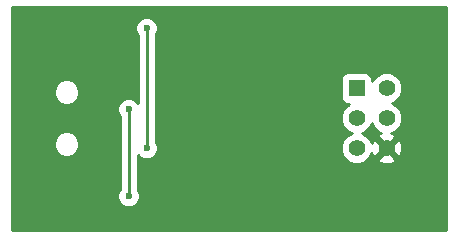
<source format=gbl>
G04 #@! TF.FileFunction,Copper,L2,Bot,Signal*
%FSLAX46Y46*%
G04 Gerber Fmt 4.6, Leading zero omitted, Abs format (unit mm)*
G04 Created by KiCad (PCBNEW 4.0.3-stable) date Thursday, December 22, 2016 'PMt' 07:32:28 PM*
%MOMM*%
%LPD*%
G01*
G04 APERTURE LIST*
%ADD10C,0.100000*%
%ADD11C,0.600000*%
%ADD12R,1.400000X1.400000*%
%ADD13C,1.400000*%
%ADD14C,0.254000*%
G04 APERTURE END LIST*
D10*
D11*
X93345000Y-41910000D03*
X87630000Y-45720000D03*
X93345000Y-58420000D03*
X107315000Y-43180000D03*
X107315000Y-58420000D03*
X74295000Y-43180000D03*
X74295000Y-58420000D03*
D12*
X101600000Y-48260000D03*
D13*
X104140000Y-48260000D03*
X101600000Y-50800000D03*
X104140000Y-50800000D03*
X101600000Y-53340000D03*
X104140000Y-53340000D03*
D11*
X83820000Y-43180000D03*
X83820000Y-53340000D03*
X82296000Y-57404000D03*
X82296000Y-50038000D03*
D14*
X83820000Y-53340000D02*
X83820000Y-43180000D01*
X82296000Y-50038000D02*
X82296000Y-57404000D01*
G36*
X109145000Y-60250000D02*
X72465000Y-60250000D01*
X72465000Y-53214430D01*
X75966132Y-53214430D01*
X76130902Y-53613203D01*
X76435733Y-53918566D01*
X76834217Y-54084031D01*
X77265690Y-54084408D01*
X77664463Y-53919638D01*
X77969826Y-53614807D01*
X78135291Y-53216323D01*
X78135668Y-52784850D01*
X77970898Y-52386077D01*
X77666067Y-52080714D01*
X77267583Y-51915249D01*
X76836110Y-51914872D01*
X76437337Y-52079642D01*
X76131974Y-52384473D01*
X75966509Y-52782957D01*
X75966132Y-53214430D01*
X72465000Y-53214430D01*
X72465000Y-50223167D01*
X81360838Y-50223167D01*
X81502883Y-50566943D01*
X81534000Y-50598114D01*
X81534000Y-56843534D01*
X81503808Y-56873673D01*
X81361162Y-57217201D01*
X81360838Y-57589167D01*
X81502883Y-57932943D01*
X81765673Y-58196192D01*
X82109201Y-58338838D01*
X82481167Y-58339162D01*
X82824943Y-58197117D01*
X83088192Y-57934327D01*
X83230838Y-57590799D01*
X83231162Y-57218833D01*
X83089117Y-56875057D01*
X83058000Y-56843886D01*
X83058000Y-53900114D01*
X83289673Y-54132192D01*
X83633201Y-54274838D01*
X84005167Y-54275162D01*
X84348943Y-54133117D01*
X84612192Y-53870327D01*
X84754838Y-53526799D01*
X84755162Y-53154833D01*
X84613117Y-52811057D01*
X84582000Y-52779886D01*
X84582000Y-47560000D01*
X100252560Y-47560000D01*
X100252560Y-48960000D01*
X100296838Y-49195317D01*
X100435910Y-49411441D01*
X100648110Y-49556431D01*
X100900000Y-49607440D01*
X100990326Y-49607440D01*
X100844771Y-49667582D01*
X100468902Y-50042796D01*
X100265232Y-50533287D01*
X100264769Y-51064383D01*
X100467582Y-51555229D01*
X100842796Y-51931098D01*
X101177527Y-52070091D01*
X100844771Y-52207582D01*
X100468902Y-52582796D01*
X100265232Y-53073287D01*
X100264769Y-53604383D01*
X100467582Y-54095229D01*
X100842796Y-54471098D01*
X101333287Y-54674768D01*
X101864383Y-54675231D01*
X102355229Y-54472418D01*
X102552716Y-54275275D01*
X103384331Y-54275275D01*
X103446169Y-54511042D01*
X103947122Y-54687419D01*
X104477440Y-54658664D01*
X104833831Y-54511042D01*
X104895669Y-54275275D01*
X104140000Y-53519605D01*
X103384331Y-54275275D01*
X102552716Y-54275275D01*
X102731098Y-54097204D01*
X102863316Y-53778788D01*
X102968958Y-54033831D01*
X103204725Y-54095669D01*
X103960395Y-53340000D01*
X104319605Y-53340000D01*
X105075275Y-54095669D01*
X105311042Y-54033831D01*
X105487419Y-53532878D01*
X105458664Y-53002560D01*
X105311042Y-52646169D01*
X105075275Y-52584331D01*
X104319605Y-53340000D01*
X103960395Y-53340000D01*
X103204725Y-52584331D01*
X102968958Y-52646169D01*
X102871804Y-52922111D01*
X102732418Y-52584771D01*
X102357204Y-52208902D01*
X102022473Y-52069909D01*
X102355229Y-51932418D01*
X102731098Y-51557204D01*
X102870091Y-51222473D01*
X103007582Y-51555229D01*
X103382796Y-51931098D01*
X103701212Y-52063316D01*
X103446169Y-52168958D01*
X103384331Y-52404725D01*
X104140000Y-53160395D01*
X104895669Y-52404725D01*
X104833831Y-52168958D01*
X104557889Y-52071804D01*
X104895229Y-51932418D01*
X105271098Y-51557204D01*
X105474768Y-51066713D01*
X105475231Y-50535617D01*
X105272418Y-50044771D01*
X104897204Y-49668902D01*
X104562473Y-49529909D01*
X104895229Y-49392418D01*
X105271098Y-49017204D01*
X105474768Y-48526713D01*
X105475231Y-47995617D01*
X105272418Y-47504771D01*
X104897204Y-47128902D01*
X104406713Y-46925232D01*
X103875617Y-46924769D01*
X103384771Y-47127582D01*
X103008902Y-47502796D01*
X102947440Y-47650813D01*
X102947440Y-47560000D01*
X102903162Y-47324683D01*
X102764090Y-47108559D01*
X102551890Y-46963569D01*
X102300000Y-46912560D01*
X100900000Y-46912560D01*
X100664683Y-46956838D01*
X100448559Y-47095910D01*
X100303569Y-47308110D01*
X100252560Y-47560000D01*
X84582000Y-47560000D01*
X84582000Y-43740466D01*
X84612192Y-43710327D01*
X84754838Y-43366799D01*
X84755162Y-42994833D01*
X84613117Y-42651057D01*
X84350327Y-42387808D01*
X84006799Y-42245162D01*
X83634833Y-42244838D01*
X83291057Y-42386883D01*
X83027808Y-42649673D01*
X82885162Y-42993201D01*
X82884838Y-43365167D01*
X83026883Y-43708943D01*
X83058000Y-43740114D01*
X83058000Y-49477886D01*
X82826327Y-49245808D01*
X82482799Y-49103162D01*
X82110833Y-49102838D01*
X81767057Y-49244883D01*
X81503808Y-49507673D01*
X81361162Y-49851201D01*
X81360838Y-50223167D01*
X72465000Y-50223167D01*
X72465000Y-48815150D01*
X75966132Y-48815150D01*
X76130902Y-49213923D01*
X76435733Y-49519286D01*
X76834217Y-49684751D01*
X77265690Y-49685128D01*
X77664463Y-49520358D01*
X77969826Y-49215527D01*
X78135291Y-48817043D01*
X78135668Y-48385570D01*
X77970898Y-47986797D01*
X77666067Y-47681434D01*
X77267583Y-47515969D01*
X76836110Y-47515592D01*
X76437337Y-47680362D01*
X76131974Y-47985193D01*
X75966509Y-48383677D01*
X75966132Y-48815150D01*
X72465000Y-48815150D01*
X72465000Y-41350000D01*
X109145000Y-41350000D01*
X109145000Y-60250000D01*
X109145000Y-60250000D01*
G37*
X109145000Y-60250000D02*
X72465000Y-60250000D01*
X72465000Y-53214430D01*
X75966132Y-53214430D01*
X76130902Y-53613203D01*
X76435733Y-53918566D01*
X76834217Y-54084031D01*
X77265690Y-54084408D01*
X77664463Y-53919638D01*
X77969826Y-53614807D01*
X78135291Y-53216323D01*
X78135668Y-52784850D01*
X77970898Y-52386077D01*
X77666067Y-52080714D01*
X77267583Y-51915249D01*
X76836110Y-51914872D01*
X76437337Y-52079642D01*
X76131974Y-52384473D01*
X75966509Y-52782957D01*
X75966132Y-53214430D01*
X72465000Y-53214430D01*
X72465000Y-50223167D01*
X81360838Y-50223167D01*
X81502883Y-50566943D01*
X81534000Y-50598114D01*
X81534000Y-56843534D01*
X81503808Y-56873673D01*
X81361162Y-57217201D01*
X81360838Y-57589167D01*
X81502883Y-57932943D01*
X81765673Y-58196192D01*
X82109201Y-58338838D01*
X82481167Y-58339162D01*
X82824943Y-58197117D01*
X83088192Y-57934327D01*
X83230838Y-57590799D01*
X83231162Y-57218833D01*
X83089117Y-56875057D01*
X83058000Y-56843886D01*
X83058000Y-53900114D01*
X83289673Y-54132192D01*
X83633201Y-54274838D01*
X84005167Y-54275162D01*
X84348943Y-54133117D01*
X84612192Y-53870327D01*
X84754838Y-53526799D01*
X84755162Y-53154833D01*
X84613117Y-52811057D01*
X84582000Y-52779886D01*
X84582000Y-47560000D01*
X100252560Y-47560000D01*
X100252560Y-48960000D01*
X100296838Y-49195317D01*
X100435910Y-49411441D01*
X100648110Y-49556431D01*
X100900000Y-49607440D01*
X100990326Y-49607440D01*
X100844771Y-49667582D01*
X100468902Y-50042796D01*
X100265232Y-50533287D01*
X100264769Y-51064383D01*
X100467582Y-51555229D01*
X100842796Y-51931098D01*
X101177527Y-52070091D01*
X100844771Y-52207582D01*
X100468902Y-52582796D01*
X100265232Y-53073287D01*
X100264769Y-53604383D01*
X100467582Y-54095229D01*
X100842796Y-54471098D01*
X101333287Y-54674768D01*
X101864383Y-54675231D01*
X102355229Y-54472418D01*
X102552716Y-54275275D01*
X103384331Y-54275275D01*
X103446169Y-54511042D01*
X103947122Y-54687419D01*
X104477440Y-54658664D01*
X104833831Y-54511042D01*
X104895669Y-54275275D01*
X104140000Y-53519605D01*
X103384331Y-54275275D01*
X102552716Y-54275275D01*
X102731098Y-54097204D01*
X102863316Y-53778788D01*
X102968958Y-54033831D01*
X103204725Y-54095669D01*
X103960395Y-53340000D01*
X104319605Y-53340000D01*
X105075275Y-54095669D01*
X105311042Y-54033831D01*
X105487419Y-53532878D01*
X105458664Y-53002560D01*
X105311042Y-52646169D01*
X105075275Y-52584331D01*
X104319605Y-53340000D01*
X103960395Y-53340000D01*
X103204725Y-52584331D01*
X102968958Y-52646169D01*
X102871804Y-52922111D01*
X102732418Y-52584771D01*
X102357204Y-52208902D01*
X102022473Y-52069909D01*
X102355229Y-51932418D01*
X102731098Y-51557204D01*
X102870091Y-51222473D01*
X103007582Y-51555229D01*
X103382796Y-51931098D01*
X103701212Y-52063316D01*
X103446169Y-52168958D01*
X103384331Y-52404725D01*
X104140000Y-53160395D01*
X104895669Y-52404725D01*
X104833831Y-52168958D01*
X104557889Y-52071804D01*
X104895229Y-51932418D01*
X105271098Y-51557204D01*
X105474768Y-51066713D01*
X105475231Y-50535617D01*
X105272418Y-50044771D01*
X104897204Y-49668902D01*
X104562473Y-49529909D01*
X104895229Y-49392418D01*
X105271098Y-49017204D01*
X105474768Y-48526713D01*
X105475231Y-47995617D01*
X105272418Y-47504771D01*
X104897204Y-47128902D01*
X104406713Y-46925232D01*
X103875617Y-46924769D01*
X103384771Y-47127582D01*
X103008902Y-47502796D01*
X102947440Y-47650813D01*
X102947440Y-47560000D01*
X102903162Y-47324683D01*
X102764090Y-47108559D01*
X102551890Y-46963569D01*
X102300000Y-46912560D01*
X100900000Y-46912560D01*
X100664683Y-46956838D01*
X100448559Y-47095910D01*
X100303569Y-47308110D01*
X100252560Y-47560000D01*
X84582000Y-47560000D01*
X84582000Y-43740466D01*
X84612192Y-43710327D01*
X84754838Y-43366799D01*
X84755162Y-42994833D01*
X84613117Y-42651057D01*
X84350327Y-42387808D01*
X84006799Y-42245162D01*
X83634833Y-42244838D01*
X83291057Y-42386883D01*
X83027808Y-42649673D01*
X82885162Y-42993201D01*
X82884838Y-43365167D01*
X83026883Y-43708943D01*
X83058000Y-43740114D01*
X83058000Y-49477886D01*
X82826327Y-49245808D01*
X82482799Y-49103162D01*
X82110833Y-49102838D01*
X81767057Y-49244883D01*
X81503808Y-49507673D01*
X81361162Y-49851201D01*
X81360838Y-50223167D01*
X72465000Y-50223167D01*
X72465000Y-48815150D01*
X75966132Y-48815150D01*
X76130902Y-49213923D01*
X76435733Y-49519286D01*
X76834217Y-49684751D01*
X77265690Y-49685128D01*
X77664463Y-49520358D01*
X77969826Y-49215527D01*
X78135291Y-48817043D01*
X78135668Y-48385570D01*
X77970898Y-47986797D01*
X77666067Y-47681434D01*
X77267583Y-47515969D01*
X76836110Y-47515592D01*
X76437337Y-47680362D01*
X76131974Y-47985193D01*
X75966509Y-48383677D01*
X75966132Y-48815150D01*
X72465000Y-48815150D01*
X72465000Y-41350000D01*
X109145000Y-41350000D01*
X109145000Y-60250000D01*
M02*

</source>
